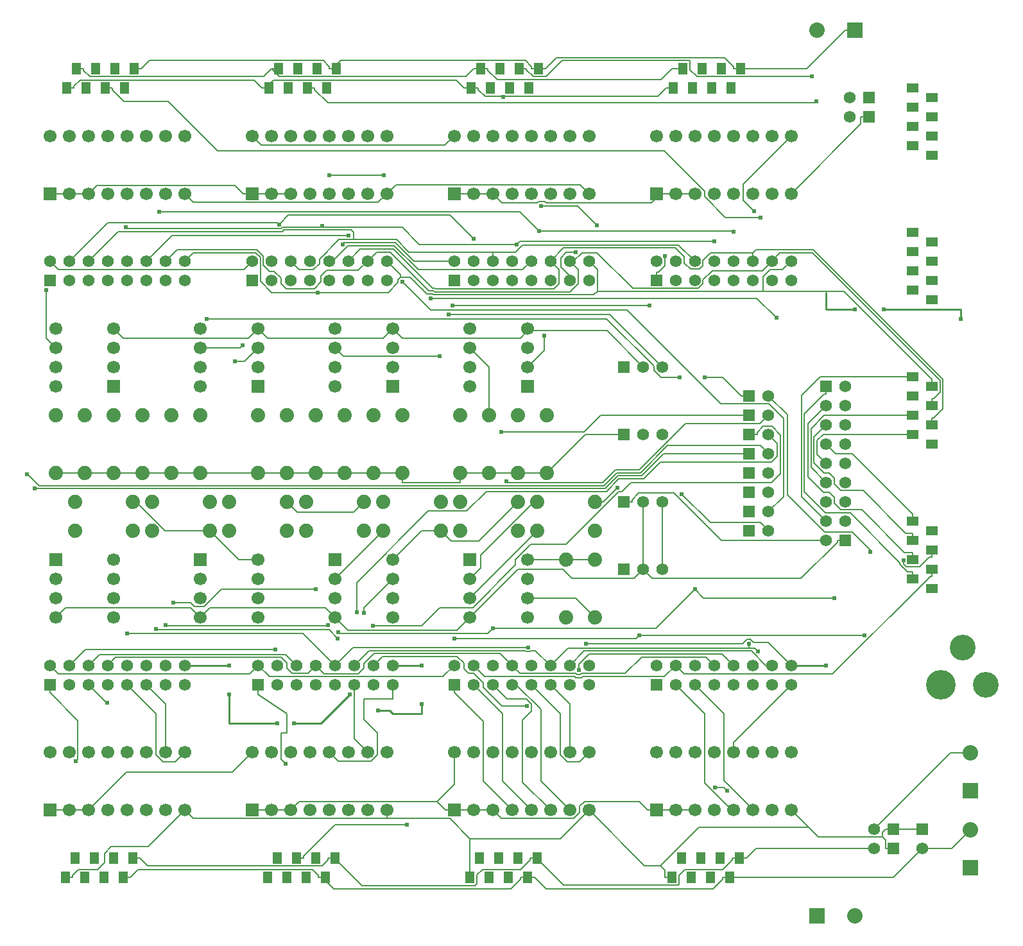
<source format=gtl>
G04 ---------------------------- Layer name :TOP LAYER*
G04 EasyEDA v5.8.22, Thu, 20 Dec 2018 20:30:22 GMT*
G04 f422fc89d8fd4efca302d5ffe9b637f2*
G04 Gerber Generator version 0.2*
G04 Scale: 100 percent, Rotated: No, Reflected: No *
G04 Dimensions in millimeters *
G04 leading zeros omitted , absolute positions ,3 integer and 3 decimal *
%FSLAX33Y33*%
%MOMM*%
G90*
G71D02*

%ADD10C,0.254000*%
%ADD11C,0.210007*%
%ADD12C,0.610006*%
%ADD13C,0.619760*%
%ADD14R,1.295400X1.498600*%
%ADD15R,1.574800X1.574800*%
%ADD16C,1.574800*%
%ADD17R,2.032000X2.032000*%
%ADD18C,2.032000*%
%ADD19R,1.699260X1.699260*%
%ADD20C,1.699260*%
%ADD21R,1.498600X1.295400*%
%ADD22C,3.401060*%
%ADD23C,3.898900*%
%ADD24C,1.879600*%

%LPD*%
G54D11*
G01X72859Y39370D02*
G01X71277Y40952D01*
G01X54681Y40952D01*
G01X53340Y39611D01*
G01X53340Y39057D01*
G01X52560Y38277D01*
G01X48082Y38277D01*
G01X46990Y39370D01*
G01X73461Y94932D02*
G01X73873Y95346D01*
G01X99529Y95346D01*
G01X73461Y94932D02*
G01X60629Y94932D01*
G01X58369Y97193D01*
G01X47805Y97193D01*
G01X47805Y97193D02*
G01X42605Y97193D01*
G01X42395Y96982D01*
G01X22118Y96982D01*
G01X21904Y97193D01*
G01X47805Y97193D02*
G01X47805Y97393D01*
G01X19522Y39370D02*
G01X20594Y40444D01*
G01X42405Y40444D01*
G01X43180Y39667D01*
G01X43180Y38986D01*
G01X43860Y38305D01*
G01X45925Y38305D01*
G01X46990Y39370D01*
G01X99529Y39370D02*
G01X98445Y40454D01*
G01X89961Y40454D01*
G01X87810Y38305D01*
G01X82047Y38305D01*
G01X81897Y38153D01*
G01X81414Y38153D01*
G01X81262Y38305D01*
G01X73924Y38305D01*
G01X72859Y39370D01*
G01X70319Y44279D02*
G01X69656Y43616D01*
G01X50060Y43616D01*
G01X49933Y43741D01*
G01X96989Y92710D02*
G01X94851Y94848D01*
G01X74201Y94848D01*
G01X73276Y93924D01*
G01X70319Y93924D01*
G01X51960Y95542D02*
G01X51960Y96492D01*
G01X51643Y96809D01*
G01X42763Y96809D01*
G01X42552Y96598D01*
G01X20871Y96598D01*
G01X16982Y92710D01*
G01X44450Y39370D02*
G01X42994Y40825D01*
G01X18437Y40825D01*
G01X16982Y39370D01*
G01X51960Y95542D02*
G01X50053Y95542D01*
G01X47459Y92951D01*
G01X47459Y92392D01*
G01X46680Y91610D01*
G01X44752Y91610D01*
G01X43649Y92710D01*
G01X70319Y93924D02*
G01X59235Y93924D01*
G01X57617Y95542D01*
G01X51960Y95542D01*
G01X96989Y49443D02*
G01X91826Y44279D01*
G01X70319Y44279D01*
G01X70319Y92710D02*
G01X70319Y93924D01*
G01X115391Y48291D02*
G01X98141Y48291D01*
G01X96989Y49443D01*
G01X128272Y54607D02*
G01X128272Y53682D01*
G01X128272Y53682D02*
G01X127932Y53682D01*
G01X126659Y52410D01*
G01X124858Y52410D01*
G01X124498Y52771D01*
G01X124498Y53281D01*
G01X41653Y41508D02*
G01X16581Y41508D01*
G01X14442Y39370D01*
G01X42153Y97563D02*
G01X43361Y98771D01*
G01X64648Y98766D01*
G01X67779Y95628D01*
G01X14442Y92710D02*
G01X19540Y97807D01*
G01X41907Y97807D01*
G01X42153Y97563D01*
G01X94449Y39370D02*
G01X92974Y37894D01*
G01X82179Y37894D01*
G01X82054Y37772D01*
G01X81254Y37772D01*
G01X81132Y37894D01*
G01X69255Y37894D01*
G01X67779Y39370D01*
G01X128272Y51142D02*
G01X128054Y51142D01*
G01X115168Y38260D01*
G01X95559Y38260D01*
G01X94449Y39370D01*
G01X128272Y52067D02*
G01X128272Y51142D01*
G01X9933Y62717D02*
G01X85143Y62717D01*
G01X86840Y64414D01*
G01X89954Y64414D01*
G01X92847Y67307D01*
G01X103078Y67307D01*
G01X104142Y67307D02*
G01X103078Y67307D01*
G01X104140Y72390D02*
G01X84551Y72390D01*
G01X82346Y70185D01*
G01X71455Y70185D01*
G01X8841Y64622D02*
G01X8989Y64622D01*
G01X10513Y63098D01*
G01X84985Y63098D01*
G01X86682Y64795D01*
G01X89794Y64795D01*
G01X93370Y68371D01*
G01X105618Y68371D01*
G01X106682Y67307D01*
G01X67310Y81280D02*
G01X69852Y78737D01*
G01X69852Y72387D01*
G01X74762Y118107D02*
G01X74762Y117922D01*
G01X75638Y117045D01*
G01X77378Y117045D01*
G01X79502Y119169D01*
G01X96299Y119169D01*
G01X96359Y119108D01*
G01X96359Y117924D01*
G01X97236Y117045D01*
G01X112387Y117045D01*
G01X73837Y118107D02*
G01X74762Y118107D01*
G01X58420Y89979D02*
G01X62141Y86258D01*
G01X88021Y86258D01*
G01X100413Y73865D01*
G01X106748Y73865D01*
G01X108658Y71955D01*
G01X108658Y61668D01*
G01X106680Y59690D01*
G01X94985Y77332D02*
G01X92555Y77332D01*
G01X91577Y78310D01*
G01X91577Y78884D01*
G01X85366Y85095D01*
G01X32580Y85095D01*
G01X106680Y57150D02*
G01X105615Y58214D01*
G01X99014Y58214D01*
G01X95255Y61970D01*
G01X65239Y39370D02*
G01X63764Y37894D01*
G01X40845Y37894D01*
G01X39370Y39370D01*
G01X89662Y43347D02*
G01X89240Y42928D01*
G01X65239Y42928D01*
G01X119377Y43347D02*
G01X89662Y43347D01*
G01X65239Y92710D02*
G01X59908Y92710D01*
G01X57495Y95123D01*
G01X50733Y95123D01*
G01X50553Y94940D01*
G01X89662Y43350D02*
G01X89662Y43347D01*
G01X91010Y86880D02*
G01X65021Y86880D01*
G01X11902Y39370D02*
G01X13012Y38260D01*
G01X38257Y38260D01*
G01X39370Y39370D01*
G01X11902Y92710D02*
G01X13004Y91607D01*
G01X37467Y91607D01*
G01X38569Y92710D01*
G01X74988Y41765D02*
G01X51925Y41765D01*
G01X49530Y39370D01*
G01X49530Y39370D02*
G01X45300Y43599D01*
G01X22062Y43599D01*
G01X76410Y96662D02*
G01X101991Y96662D01*
G01X102069Y96583D01*
G01X26299Y99199D02*
G01X73873Y99199D01*
G01X76410Y96662D01*
G01X81655Y38737D02*
G01X81655Y39537D01*
G01X83004Y40888D01*
G01X100550Y40888D01*
G01X102069Y39370D01*
G01X75399Y92710D02*
G01X74274Y91584D01*
G01X60492Y91584D01*
G01X57337Y94739D01*
G01X51241Y94739D01*
G01X49212Y92710D01*
G01X48729Y92710D01*
G01X77939Y39370D02*
G01X75973Y41335D01*
G01X75382Y41335D01*
G01X75229Y41181D01*
G01X74747Y41181D01*
G01X74592Y41335D01*
G01X54035Y41335D01*
G01X54035Y41335D01*
G01X52070Y39370D01*
G01X104609Y93792D02*
G01X105031Y94213D01*
G01X112618Y94213D01*
G01X129717Y77114D01*
G01X129717Y73256D01*
G01X128503Y72042D01*
G01X128272Y72042D01*
G01X104609Y92710D02*
G01X104609Y93792D01*
G01X104609Y93792D02*
G01X99047Y93792D01*
G01X98054Y92798D01*
G01X98054Y92102D01*
G01X97596Y91645D01*
G01X96382Y91645D01*
G01X95552Y92476D01*
G01X95552Y93311D01*
G01X94396Y94467D01*
G01X79697Y94467D01*
G01X77939Y92710D01*
G01X49895Y42943D02*
G01X48714Y44124D01*
G01X25938Y44124D01*
G01X25867Y44196D01*
G01X51269Y96126D02*
G01X28018Y96126D01*
G01X24602Y92710D01*
G01X104089Y41653D02*
G01X104866Y41653D01*
G01X105283Y41236D01*
G01X104089Y42237D02*
G01X104089Y41653D01*
G01X77939Y39370D02*
G01X80223Y41653D01*
G01X104089Y41653D01*
G01X51269Y92710D02*
G01X52847Y94287D01*
G01X57249Y94287D01*
G01X62387Y89148D01*
G01X62671Y89148D01*
G01X62778Y89042D01*
G01X78369Y89042D01*
G01X79075Y89748D01*
G01X79075Y91577D01*
G01X77939Y92710D01*
G01X128272Y71117D02*
G01X128272Y72042D01*
G01X74795Y33995D02*
G01X71516Y33995D01*
G01X69049Y36459D01*
G01X69049Y37066D01*
G01X67812Y38305D01*
G01X67160Y38305D01*
G01X66509Y38955D01*
G01X66509Y39667D01*
G01X65608Y40571D01*
G01X55811Y40571D01*
G01X54610Y39370D01*
G01X48600Y44706D02*
G01X48488Y44592D01*
G01X27254Y44592D01*
G01X27142Y44706D01*
G01X107149Y92710D02*
G01X105879Y91440D01*
G01X99273Y91440D01*
G01X98069Y90236D01*
G01X98069Y89743D01*
G01X97431Y89105D01*
G01X88785Y89105D01*
G01X84071Y93819D01*
G01X82072Y93819D01*
G01X80962Y92710D01*
G01X80479Y92710D01*
G01X80479Y39370D02*
G01X82379Y41269D01*
G01X104427Y41269D01*
G01X106326Y39370D01*
G01X107149Y39370D01*
G01X53809Y92710D02*
G01X55006Y93903D01*
G01X56769Y93903D01*
G01X61907Y88765D01*
G01X62514Y88765D01*
G01X62641Y88638D01*
G01X80479Y88638D01*
G01X81610Y89768D01*
G01X81610Y91579D01*
G01X80479Y92710D01*
G01X27142Y92710D02*
G01X28679Y94246D01*
G01X39207Y94246D01*
G01X40045Y93408D01*
G01X40045Y92207D01*
G01X40881Y91371D01*
G01X41470Y91371D01*
G01X42382Y90462D01*
G01X42382Y89761D01*
G01X43042Y89098D01*
G01X46796Y89098D01*
G01X47665Y89969D01*
G01X47665Y90777D01*
G01X48381Y91490D01*
G01X52593Y91490D01*
G01X53809Y92710D01*
G01X128272Y74582D02*
G01X128503Y74582D01*
G01X129331Y75410D01*
G01X129331Y76939D01*
G01X112483Y93786D01*
G01X108226Y93786D01*
G01X107149Y92710D01*
G01X128272Y73657D02*
G01X128272Y74582D01*
G01X67312Y45717D02*
G01X65592Y43997D01*
G01X51252Y43997D01*
G01X49530Y45720D01*
G01X90172Y78737D02*
G01X85394Y83515D01*
G01X74930Y83515D01*
G01X49530Y45720D02*
G01X48260Y46990D01*
G01X33020Y46990D01*
G01X31750Y45720D01*
G01X31750Y45720D02*
G01X30482Y46987D01*
G01X13972Y46987D01*
G01X12702Y45717D01*
G01X56349Y19171D02*
G01X30827Y19171D01*
G01X29682Y20320D01*
G01X56349Y20320D02*
G01X56349Y19171D01*
G01X56349Y19171D02*
G01X64645Y19171D01*
G01X67310Y16510D01*
G01X67310Y16510D02*
G01X79209Y16510D01*
G01X83019Y20320D01*
G01X67310Y16510D02*
G01X67310Y11430D01*
G01X83019Y101600D02*
G01X81841Y102778D01*
G01X57531Y102778D01*
G01X56349Y101600D01*
G01X77302Y118107D02*
G01X78747Y119550D01*
G01X100911Y119550D01*
G01X102123Y118341D01*
G01X102123Y118110D01*
G01X93980Y11430D02*
G01X93055Y11430D01*
G01X92430Y12979D02*
G01X93055Y12354D01*
G01X93055Y11430D01*
G01X83019Y20320D02*
G01X90360Y12979D01*
G01X92430Y12979D01*
G01X111960Y18049D02*
G01X97500Y18049D01*
G01X92430Y12979D01*
G01X111960Y18049D02*
G01X109689Y20320D01*
G01X121714Y16715D02*
G01X113294Y16715D01*
G01X111960Y18049D01*
G01X90170Y52070D02*
G01X88966Y50868D01*
G01X80761Y50868D01*
G01X79560Y52067D01*
G01X73662Y52067D01*
G01X67312Y45717D01*
G01X115775Y55880D02*
G01X115775Y55613D01*
G01X111018Y50855D01*
G01X91384Y50855D01*
G01X90170Y52070D01*
G01X116840Y55880D02*
G01X115775Y55880D01*
G01X14897Y11430D02*
G01X14897Y11661D01*
G01X15692Y12456D01*
G01X18219Y12456D01*
G01X19090Y13327D01*
G01X19090Y14584D01*
G01X19984Y15478D01*
G01X24841Y15478D01*
G01X29682Y20320D01*
G01X13972Y11430D02*
G01X14897Y11430D01*
G01X57152Y83817D02*
G01X58420Y82550D01*
G01X73964Y82550D01*
G01X74930Y83515D01*
G01X74930Y83515D02*
G01X74930Y83820D01*
G01X103047Y118110D02*
G01X102123Y118110D01*
G01X76377Y118107D02*
G01X77302Y118107D01*
G01X75915Y118107D02*
G01X76377Y118107D01*
G01X75915Y118107D02*
G01X75453Y118107D01*
G01X39372Y83817D02*
G01X40642Y82547D01*
G01X55882Y82547D01*
G01X57152Y83817D01*
G01X49245Y118110D02*
G01X50302Y119166D01*
G01X74625Y119166D01*
G01X75453Y118338D01*
G01X75453Y118107D01*
G01X49245Y118110D02*
G01X48783Y118110D01*
G01X49707Y118110D02*
G01X49245Y118110D01*
G01X20322Y83817D02*
G01X21592Y82547D01*
G01X38102Y82547D01*
G01X39372Y83817D01*
G01X23040Y118110D02*
G01X23964Y118110D01*
G01X23964Y118110D02*
G01X25024Y119169D01*
G01X47955Y119169D01*
G01X48783Y118341D01*
G01X48783Y118110D01*
G01X90170Y52070D02*
G01X90175Y52075D01*
G01X90175Y60957D01*
G01X118112Y123187D02*
G01X116819Y123187D01*
G01X116819Y123187D02*
G01X111742Y118110D01*
G01X103047Y118110D01*
G01X123190Y15240D02*
G01X122125Y15240D01*
G01X122125Y15240D02*
G01X122125Y16304D01*
G01X121714Y16715D01*
G01X121714Y16715D02*
G01X121714Y17368D01*
G01X122125Y17780D01*
G01X123190Y17780D02*
G01X122125Y17780D01*
G01X119941Y111757D02*
G01X118877Y111757D01*
G01X109689Y101600D02*
G01X118877Y110787D01*
G01X118877Y111757D01*
G01X127000Y17780D02*
G01X123190Y17780D01*
G01X29682Y101600D02*
G01X30833Y100449D01*
G01X55199Y100449D01*
G01X56349Y101600D01*
G01X72097Y63687D02*
G01X72303Y63482D01*
G01X84825Y63482D01*
G01X86522Y65178D01*
G01X89636Y65178D01*
G01X95768Y71310D01*
G01X105600Y71310D01*
G01X106680Y72390D01*
G01X106680Y69850D02*
G01X107863Y68663D01*
G01X107863Y66941D01*
G01X107119Y66197D01*
G01X92471Y66197D01*
G01X90236Y63962D01*
G01X86928Y63962D01*
G01X85300Y62334D01*
G01X69471Y62334D01*
G01X66878Y59740D01*
G01X61810Y59740D01*
G01X52359Y50286D01*
G01X52359Y46390D01*
G01X103075Y74930D02*
G01X100622Y77383D01*
G01X98259Y77383D01*
G01X104140Y74930D02*
G01X103075Y74930D01*
G01X28196Y47614D02*
G01X30459Y47614D01*
G01X30952Y47122D01*
G01X32217Y47122D01*
G01X34528Y49433D01*
G01X46977Y49433D01*
G01X109689Y39370D02*
G01X106626Y42433D01*
G01X104716Y42433D01*
G01X104716Y42433D01*
G01X104330Y42819D01*
G01X103847Y42819D01*
G01X103284Y42257D01*
G01X82633Y42257D01*
G01X47198Y88569D02*
G01X41155Y88569D01*
G01X39662Y90060D01*
G01X39662Y93182D01*
G01X39011Y93835D01*
G01X30807Y93835D01*
G01X29682Y92710D01*
G01X58178Y90561D02*
G01X57838Y90220D01*
G01X57838Y89890D01*
G01X56517Y88569D01*
G01X47198Y88569D01*
G01X58178Y90561D02*
G01X59438Y90561D01*
G01X61615Y88381D01*
G01X62354Y88381D01*
G01X62484Y88254D01*
G01X83665Y88254D01*
G01X84117Y88706D01*
G01X58178Y90561D02*
G01X58178Y90881D01*
G01X56349Y92710D01*
G01X83019Y92710D02*
G01X84117Y91612D01*
G01X84117Y88706D01*
G01X106011Y88706D02*
G01X84117Y88706D01*
G01X128272Y76197D02*
G01X128272Y77122D01*
G01X128272Y77122D02*
G01X116687Y88706D01*
G01X106011Y88706D01*
G01X109689Y92710D02*
G01X108554Y91574D01*
G01X106934Y91574D01*
G01X106011Y90652D01*
G01X106011Y88706D01*
G01X71714Y114348D02*
G01X71714Y114452D01*
G01X71714Y114452D02*
G01X69296Y114452D01*
G01X68412Y115336D01*
G01X68412Y115567D01*
G01X93233Y115570D02*
G01X92115Y114452D01*
G01X71714Y114452D01*
G01X92712Y78737D02*
G01X85773Y85676D01*
G01X64508Y85676D01*
G01X101254Y22887D02*
G01X100853Y23291D01*
G01X99679Y23291D01*
G01X102870Y13970D02*
G01X101945Y13970D01*
G01X76123Y13970D02*
G01X79692Y10403D01*
G01X94843Y10403D01*
G01X94904Y10464D01*
G01X94904Y11709D01*
G01X95651Y12456D01*
G01X100662Y12456D01*
G01X101945Y13738D01*
G01X101945Y13970D01*
G01X76123Y13970D02*
G01X75275Y13970D01*
G01X76200Y13970D02*
G01X76123Y13970D01*
G01X49425Y13970D02*
G01X53096Y10299D01*
G01X67990Y10299D01*
G01X68234Y10546D01*
G01X68234Y11739D01*
G01X68950Y12456D01*
G01X73992Y12456D01*
G01X75275Y13738D01*
G01X75275Y13970D01*
G01X49530Y13970D02*
G01X49425Y13970D01*
G01X49260Y13970D02*
G01X48605Y13970D01*
G01X49260Y13970D02*
G01X49425Y13970D01*
G01X22862Y13970D02*
G01X23787Y13970D01*
G01X23787Y13970D02*
G01X24813Y12943D01*
G01X47810Y12943D01*
G01X48605Y13738D01*
G01X48605Y13970D01*
G01X67487Y115567D02*
G01X68412Y115567D01*
G01X94157Y115570D02*
G01X93233Y115570D01*
G01X67487Y115567D02*
G01X67370Y115567D01*
G01X67025Y115567D02*
G01X66563Y115567D01*
G01X67025Y115567D02*
G01X67370Y115567D01*
G01X40355Y115570D02*
G01X41381Y116596D01*
G01X65534Y116596D01*
G01X66563Y115567D01*
G01X40355Y115570D02*
G01X39893Y115570D01*
G01X40817Y115570D02*
G01X40355Y115570D01*
G01X14150Y115570D02*
G01X15074Y115570D01*
G01X15074Y115570D02*
G01X15074Y115801D01*
G01X15869Y116596D01*
G01X38867Y116596D01*
G01X39893Y115570D01*
G01X92710Y52070D02*
G01X92715Y52075D01*
G01X92715Y60957D01*
G01X102870Y13970D02*
G01X103794Y13970D01*
G01X120650Y15237D02*
G01X105064Y15237D01*
G01X103794Y13970D01*
G01X133352Y27861D02*
G01X130731Y27861D01*
G01X120650Y17780D01*
G01X106680Y74930D02*
G01X109169Y72440D01*
G01X109169Y61922D01*
G01X114145Y56944D01*
G01X117792Y56944D01*
G01X120119Y54617D01*
G01X120119Y54381D01*
G01X105204Y69850D02*
G01X105204Y70116D01*
G01X106006Y70916D01*
G01X107134Y70916D01*
G01X108275Y69776D01*
G01X108275Y64711D01*
G01X107078Y63512D01*
G01X88569Y63512D01*
G01X87322Y62265D01*
G01X86921Y62265D01*
G01X79992Y55333D01*
G01X75333Y55333D01*
G01X73337Y53337D01*
G01X73337Y52641D01*
G01X67685Y46987D01*
G01X63350Y46987D01*
G01X60952Y44589D01*
G01X54472Y44589D01*
G01X104140Y69850D02*
G01X105204Y69850D01*
G01X45374Y13970D02*
G01X45374Y14201D01*
G01X49507Y18333D01*
G01X58996Y18333D01*
G01X44450Y13970D02*
G01X45374Y13970D01*
G01X62113Y87800D02*
G01X105158Y87800D01*
G01X107746Y85211D01*
G01X112994Y113771D02*
G01X112814Y113593D01*
G01X48567Y113593D01*
G01X46822Y115338D01*
G01X46822Y115570D01*
G01X45897Y115570D02*
G01X46822Y115570D01*
G01X20154Y115570D02*
G01X20154Y115338D01*
G01X21691Y113804D01*
G01X27470Y113804D01*
G01X34041Y107233D01*
G01X92984Y107233D01*
G01X98259Y101958D01*
G01X98259Y101216D01*
G01X101003Y98473D01*
G01X105674Y98473D01*
G01X19230Y115570D02*
G01X20154Y115570D01*
G01X70319Y36830D02*
G01X72214Y34935D01*
G01X74754Y34935D01*
G01X75443Y34246D01*
G01X75443Y33350D01*
G01X74274Y32179D01*
G01X74274Y23987D01*
G01X77939Y20320D01*
G01X114300Y58420D02*
G01X111056Y61663D01*
G01X111056Y75013D01*
G01X113507Y77467D01*
G01X125732Y77467D01*
G01X125732Y51722D02*
G01X125006Y51722D01*
G01X124028Y52699D01*
G01X124028Y52928D01*
G01X117472Y59484D01*
G01X117472Y59484D01*
G01X114244Y59484D01*
G01X111437Y62290D01*
G01X111437Y72539D01*
G01X114033Y75135D01*
G01X114300Y75135D01*
G01X114300Y76200D02*
G01X114300Y75135D01*
G01X125732Y50797D02*
G01X125732Y51722D01*
G01X67312Y48257D02*
G01X67312Y48262D01*
G01X76200Y57150D01*
G01X83822Y45717D02*
G01X81282Y48257D01*
G01X74932Y48257D01*
G01X12702Y81277D02*
G01X11399Y82580D01*
G01X11399Y88851D01*
G01X49532Y81277D02*
G01X50660Y80149D01*
G01X63284Y80149D01*
G01X76202Y60960D02*
G01X75740Y60960D01*
G01X68724Y53944D01*
G01X68724Y52212D01*
G01X67312Y50797D01*
G01X57150Y50800D02*
G01X53334Y46984D01*
G01X53334Y46299D01*
G01X55910Y104063D02*
G01X48729Y104063D01*
G01X69682Y118107D02*
G01X69682Y117876D01*
G01X70896Y116662D01*
G01X92514Y116662D01*
G01X93962Y118110D01*
G01X94503Y118110D01*
G01X127000Y15240D02*
G01X123190Y11430D01*
G01X101600Y11430D01*
G01X133350Y17703D02*
G01X130886Y15240D01*
G01X127000Y15240D01*
G01X101600Y11430D02*
G01X100675Y11430D01*
G01X74930Y11430D02*
G01X75854Y11430D01*
G01X75854Y11430D02*
G01X77383Y9900D01*
G01X99377Y9900D01*
G01X100675Y11198D01*
G01X100675Y11430D01*
G01X74467Y11430D02*
G01X74930Y11430D01*
G01X74467Y11430D02*
G01X74005Y11430D01*
G01X47797Y11430D02*
G01X49316Y9911D01*
G01X72717Y9911D01*
G01X74005Y11198D01*
G01X74005Y11430D01*
G01X47797Y11430D02*
G01X47335Y11430D01*
G01X48260Y11430D02*
G01X47797Y11430D01*
G01X21592Y11430D02*
G01X22517Y11430D01*
G01X22517Y11430D02*
G01X23543Y12456D01*
G01X46540Y12456D01*
G01X47335Y11661D01*
G01X47335Y11430D01*
G01X68757Y118107D02*
G01X67833Y118107D01*
G01X67833Y118107D02*
G01X66809Y117083D01*
G01X42189Y117083D01*
G01X41163Y118110D01*
G01X69220Y118107D02*
G01X68757Y118107D01*
G01X69220Y118107D02*
G01X69682Y118107D01*
G01X95427Y118110D02*
G01X94503Y118110D01*
G01X16344Y118110D02*
G01X16344Y117878D01*
G01X17139Y117083D01*
G01X40137Y117083D01*
G01X41163Y118110D01*
G01X42087Y118110D02*
G01X41163Y118110D01*
G01X15420Y118110D02*
G01X16344Y118110D01*
G01X83822Y60960D02*
G01X84902Y60960D01*
G01X86791Y62847D01*
G01X63502Y57147D02*
G01X60957Y57147D01*
G01X57150Y53340D01*
G01X90782Y20320D02*
G01X89654Y21447D01*
G01X82420Y21447D01*
G01X81749Y20779D01*
G01X81749Y19941D01*
G01X80977Y19169D01*
G01X71470Y19169D01*
G01X70319Y20320D01*
G01X73662Y60957D02*
G01X68486Y55783D01*
G01X64866Y55783D01*
G01X63502Y57147D01*
G01X53342Y60957D02*
G01X52006Y59623D01*
G01X44518Y59623D01*
G01X43182Y60957D01*
G01X33020Y57150D02*
G01X27122Y57150D01*
G01X23312Y60960D01*
G01X22860Y60960D01*
G01X91909Y20320D02*
G01X93035Y20320D01*
G01X94449Y20320D02*
G01X93037Y20320D01*
G01X93035Y20320D01*
G01X96989Y20320D02*
G01X94449Y20320D01*
G01X67779Y20320D02*
G01X70319Y20320D01*
G01X91909Y20320D02*
G01X90782Y20320D01*
G01X65242Y20320D02*
G01X66367Y20320D01*
G01X67779Y20320D02*
G01X66370Y20320D01*
G01X66367Y20320D01*
G01X62986Y21447D02*
G01X64114Y20320D01*
G01X43649Y20320D02*
G01X44777Y21447D01*
G01X62986Y21447D01*
G01X65239Y27940D02*
G01X65239Y23700D01*
G01X62986Y21447D01*
G01X65242Y20320D02*
G01X64114Y20320D01*
G01X41109Y20320D02*
G01X43649Y20320D01*
G01X38572Y20320D02*
G01X39697Y20320D01*
G01X41109Y20320D02*
G01X39700Y20320D01*
G01X39697Y20320D01*
G01X16982Y20320D02*
G01X21973Y25311D01*
G01X35943Y25311D01*
G01X38569Y27940D01*
G01X14442Y20320D02*
G01X16982Y20320D01*
G01X11902Y20320D02*
G01X13027Y20320D01*
G01X14442Y20320D02*
G01X13030Y20320D01*
G01X13027Y20320D01*
G01X80010Y53340D02*
G01X74932Y53340D01*
G01X74932Y53337D01*
G01X83822Y53337D02*
G01X83820Y53340D01*
G01X80010Y53340D01*
G01X33020Y57150D02*
G01X36830Y53340D01*
G01X39370Y53340D01*
G01X55882Y57147D02*
G01X49532Y50800D01*
G01X49530Y50800D01*
G01X74930Y78740D02*
G01X77083Y80893D01*
G01X77083Y82903D01*
G01X70319Y101600D02*
G01X71556Y100363D01*
G01X76177Y100363D01*
G01X76387Y100573D01*
G01X77200Y100573D01*
G01X77411Y100363D01*
G01X91234Y100363D01*
G01X92471Y101600D01*
G01X92471Y101600D02*
G01X93035Y101600D01*
G01X91909Y101600D02*
G01X92471Y101600D01*
G01X38569Y109220D02*
G01X39801Y107988D01*
G01X64010Y107988D01*
G01X65239Y109220D01*
G01X46990Y64770D02*
G01X50800Y64770D01*
G01X50800Y64770D01*
G01X50800Y64770D02*
G01X54610Y64770D01*
G01X54612Y64767D01*
G01X31236Y64767D02*
G01X39372Y64767D01*
G01X39372Y64767D01*
G01X31236Y64767D02*
G01X31747Y64767D01*
G01X31750Y64770D01*
G01X27942Y64767D02*
G01X31236Y64767D01*
G01X67947Y64767D02*
G01X66921Y64767D01*
G01X66042Y64770D01*
G01X66040Y63500D01*
G01X60960Y63500D01*
G01X58418Y63496D01*
G01X58419Y64770D01*
G01X58420Y64770D01*
G01X67947Y64767D02*
G01X69852Y64767D01*
G01X69852Y64767D01*
G01X66042Y64767D02*
G01X67947Y64767D01*
G01X58420Y64770D02*
G01X54612Y64770D01*
G01X54612Y64767D01*
G01X87632Y69847D02*
G01X82550Y69847D01*
G01X77472Y64767D01*
G01X94449Y101600D02*
G01X93037Y101600D01*
G01X93035Y101600D01*
G01X96989Y101600D02*
G01X94449Y101600D01*
G01X67779Y101600D02*
G01X70319Y101600D01*
G01X65242Y101600D02*
G01X66367Y101600D01*
G01X67779Y101600D02*
G01X66370Y101600D01*
G01X66367Y101600D01*
G01X38572Y101600D02*
G01X39697Y101600D01*
G01X41109Y101600D02*
G01X39700Y101600D01*
G01X39697Y101600D01*
G01X43649Y101600D02*
G01X41109Y101600D01*
G01X16982Y101600D02*
G01X18110Y102727D01*
G01X36316Y102727D01*
G01X37444Y101600D01*
G01X14442Y101600D02*
G01X16982Y101600D01*
G01X38572Y101600D02*
G01X37444Y101600D01*
G01X11902Y101600D02*
G01X13027Y101600D01*
G01X14442Y101600D02*
G01X13030Y101600D01*
G01X13027Y101600D01*
G01X77472Y64767D02*
G01X73662Y64767D01*
G01X73660Y64770D01*
G01X69852Y64767D02*
G01X73657Y64767D01*
G01X73660Y64770D01*
G01X43182Y64767D02*
G01X46987Y64767D01*
G01X46990Y64770D01*
G01X39372Y64767D02*
G01X43182Y64767D01*
G01X43182Y64767D01*
G01X24132Y64767D02*
G01X27942Y64767D01*
G01X20320Y64770D02*
G01X24130Y64770D01*
G01X24132Y64767D01*
G01X16512Y64770D02*
G01X20320Y64770D01*
G01X20320Y64770D01*
G01X12700Y64770D02*
G01X16510Y64770D01*
G01X16512Y64770D01*
G01X16512Y64770D02*
G01X16512Y64767D01*
G01X39372Y81277D02*
G01X37574Y79481D01*
G01X36337Y79481D01*
G01X31752Y81277D02*
G01X36987Y81277D01*
G01X37322Y81615D01*
G01X102069Y20320D02*
G01X101828Y20320D01*
G01X98259Y23888D01*
G01X98259Y33020D01*
G01X94449Y36830D01*
G01X96989Y36830D02*
G01X100799Y33020D01*
G01X100799Y24168D01*
G01X104609Y20358D01*
G01X104609Y20320D01*
G01X65239Y36830D02*
G01X65239Y35765D01*
G01X72859Y20320D02*
G01X69049Y24130D01*
G01X69049Y31955D01*
G01X65239Y35765D01*
G01X72859Y36830D02*
G01X73400Y36830D01*
G01X76669Y33561D01*
G01X76669Y24130D01*
G01X80479Y20320D01*
G01X39370Y35560D02*
G01X43180Y33020D01*
G01X43180Y30480D01*
G01X42375Y30480D01*
G01X42379Y26997D01*
G01X42984Y26395D01*
G01X39370Y36830D02*
G01X39369Y35560D01*
G01X16982Y36830D02*
G01X19342Y34470D01*
G01X19456Y34470D01*
G01X29682Y27940D02*
G01X28394Y26652D01*
G01X26822Y26652D01*
G01X25872Y27602D01*
G01X25872Y33020D01*
G01X22062Y36830D01*
G01X91909Y91234D02*
G01X92176Y91234D01*
G01X93057Y92118D01*
G01X93057Y93350D01*
G01X91909Y90170D02*
G01X91909Y91234D01*
G01X109689Y109220D02*
G01X103339Y102870D01*
G01X103339Y100741D01*
G01X104775Y99306D01*
G01X80479Y90170D02*
G01X80479Y90711D01*
G01X79288Y91904D01*
G01X79288Y93121D01*
G01X80020Y93853D01*
G01X81252Y93853D01*
G01X76669Y99956D02*
G01X81544Y99956D01*
G01X84086Y97416D01*
G01X67779Y36830D02*
G01X71589Y33020D01*
G01X71589Y24130D01*
G01X75399Y20320D01*
G01X83019Y27940D02*
G01X81737Y26657D01*
G01X80159Y26657D01*
G01X79209Y27607D01*
G01X79209Y33020D01*
G01X75399Y36830D01*
G01X77939Y36830D02*
G01X80479Y34290D01*
G01X80479Y27940D01*
G01X52070Y36830D02*
G01X52070Y29682D01*
G01X53809Y27940D01*
G01X11902Y36830D02*
G01X11902Y35765D01*
G01X11902Y35765D02*
G01X15567Y32097D01*
G01X15567Y27012D01*
G01X15323Y26766D01*
G01X109689Y36830D02*
G01X102069Y29210D01*
G01X102069Y27940D01*
G01X57150Y36830D02*
G01X57150Y34980D01*
G01X53322Y34975D01*
G01X53324Y32265D01*
G01X55079Y30505D01*
G01X55079Y27571D01*
G01X54229Y26718D01*
G01X49951Y26718D01*
G01X48729Y27940D01*
G01X24602Y36830D02*
G01X27142Y34290D01*
G01X27142Y27940D01*
G01X125732Y54262D02*
G01X124625Y54262D01*
G01X118991Y59895D01*
G01X116232Y59895D01*
G01X115364Y60764D01*
G01X115364Y61567D01*
G01X114701Y62230D01*
G01X113967Y62230D01*
G01X111927Y64269D01*
G01X111927Y71287D01*
G01X114300Y73660D01*
G01X125732Y53337D02*
G01X125732Y54262D01*
G01X114300Y71120D02*
G01X112694Y69514D01*
G01X112694Y66139D01*
G01X114061Y64770D01*
G01X114701Y64770D01*
G01X115364Y64107D01*
G01X115364Y63304D01*
G01X116232Y62435D01*
G01X119174Y62435D01*
G01X124807Y56802D01*
G01X125732Y56802D01*
G01X125732Y55877D02*
G01X125732Y56802D01*
G01X125732Y58417D02*
G01X125732Y59342D01*
G01X114300Y68580D02*
G01X115570Y67310D01*
G01X117764Y67310D01*
G01X125732Y59342D01*
G01X114300Y66040D02*
G01X113113Y67226D01*
G01X113113Y69052D01*
G01X113911Y69847D01*
G01X125732Y69847D01*
G01X125732Y72387D02*
G01X114061Y72387D01*
G01X112311Y70637D01*
G01X112311Y65488D01*
G01X114300Y63500D01*
G01X114300Y55880D02*
G01X100479Y55880D01*
G01X94261Y62097D01*
G01X89573Y62097D01*
G01X88696Y61224D01*
G01X88696Y60957D01*
G01X87632Y60957D02*
G01X88696Y60957D01*
G54D10*
G01X109689Y39370D02*
G01X114299Y39370D01*
G01X132079Y86360D02*
G01X121920Y86360D01*
G01X118110Y86360D02*
G01X114300Y86360D01*
G01X114299Y87630D01*
G01X114300Y87630D02*
G01X114302Y88590D01*
G01X29682Y39370D02*
G01X35560Y39370D01*
G01X35560Y35560D02*
G01X35560Y31750D01*
G01X41910Y31750D01*
G01X44078Y31750D02*
G01X47659Y31750D01*
G01X51468Y35558D01*
G01X57149Y39370D02*
G01X60959Y39370D01*
G01X60959Y33020D02*
G01X57149Y33020D01*
G01X60959Y33020D01*
G01X60959Y34290D01*
G01X55219Y33467D02*
G01X56702Y33467D01*
G01X57149Y33020D01*
G01X132079Y86360D02*
G01X132079Y86360D01*
G01X132079Y86360D02*
G01X132079Y85090D01*
G54D14*
G01X93980Y11430D03*
G01X95250Y13970D03*
G01X96520Y11430D03*
G01X97790Y13970D03*
G01X99060Y11430D03*
G01X100330Y13970D03*
G01X101600Y11430D03*
G01X102870Y13970D03*
G54D15*
G01X104140Y74930D03*
G54D16*
G01X106679Y74930D03*
G54D17*
G01X133350Y12700D03*
G54D18*
G01X133349Y17704D03*
G54D19*
G01X67310Y53339D03*
G54D20*
G01X67311Y50798D03*
G01X67311Y48258D03*
G01X67311Y45718D03*
G01X74931Y45718D03*
G01X74931Y48258D03*
G01X74931Y50798D03*
G01X74931Y53338D03*
G54D15*
G01X87632Y78737D03*
G54D16*
G01X90171Y78738D03*
G01X92711Y78738D03*
G01X114299Y55880D03*
G54D15*
G01X116840Y55880D03*
G54D14*
G01X67310Y11430D03*
G01X68580Y13970D03*
G01X69850Y11430D03*
G01X71120Y13970D03*
G01X72390Y11430D03*
G01X73660Y13970D03*
G01X74930Y11430D03*
G01X76200Y13970D03*
G54D19*
G01X49529Y53340D03*
G54D20*
G01X49529Y50800D03*
G01X49529Y48260D03*
G01X49529Y45720D03*
G01X57149Y45720D03*
G01X57149Y48260D03*
G01X57149Y50800D03*
G01X57149Y53340D03*
G54D14*
G01X40640Y11430D03*
G01X41910Y13970D03*
G01X43180Y11430D03*
G01X44450Y13970D03*
G01X45720Y11430D03*
G01X46990Y13970D03*
G01X48260Y11430D03*
G01X49530Y13970D03*
G54D19*
G01X31749Y53340D03*
G54D20*
G01X31749Y50800D03*
G01X31749Y48260D03*
G01X31749Y45720D03*
G01X39369Y45720D03*
G01X39369Y48260D03*
G01X39369Y50800D03*
G01X39369Y53340D03*
G54D14*
G01X13972Y11430D03*
G01X15242Y13970D03*
G01X16512Y11430D03*
G01X17782Y13970D03*
G01X19052Y11430D03*
G01X20322Y13970D03*
G01X21592Y11430D03*
G01X22862Y13970D03*
G54D19*
G01X12700Y53339D03*
G54D20*
G01X12701Y50798D03*
G01X12701Y48258D03*
G01X12701Y45718D03*
G01X20321Y45718D03*
G01X20321Y48258D03*
G01X20321Y50798D03*
G01X20321Y53338D03*
G54D14*
G01X103047Y118110D03*
G01X101777Y115570D03*
G01X100507Y118110D03*
G01X99237Y115570D03*
G01X97967Y118110D03*
G01X96697Y115570D03*
G01X95427Y118110D03*
G01X94157Y115570D03*
G54D19*
G01X74929Y76200D03*
G54D20*
G01X74929Y78740D03*
G01X74929Y81280D03*
G01X74929Y83820D03*
G01X67309Y83820D03*
G01X67309Y81280D03*
G01X67309Y78740D03*
G01X67309Y76200D03*
G54D14*
G01X76377Y118107D03*
G01X75107Y115567D03*
G01X73837Y118107D03*
G01X72567Y115567D03*
G01X71297Y118107D03*
G01X70027Y115567D03*
G01X68757Y118107D03*
G01X67487Y115567D03*
G54D19*
G01X57150Y76199D03*
G54D20*
G01X57151Y78738D03*
G01X57151Y81278D03*
G01X57151Y83818D03*
G01X49531Y83818D03*
G01X49531Y81278D03*
G01X49531Y78738D03*
G01X49531Y76198D03*
G54D14*
G01X49707Y118110D03*
G01X48437Y115570D03*
G01X47167Y118110D03*
G01X45897Y115570D03*
G01X44627Y118110D03*
G01X43357Y115570D03*
G01X42087Y118110D03*
G01X40817Y115570D03*
G54D19*
G01X39370Y76199D03*
G54D20*
G01X39371Y78738D03*
G01X39371Y81278D03*
G01X39371Y83818D03*
G01X31751Y83818D03*
G01X31751Y81278D03*
G01X31751Y78738D03*
G01X31751Y76198D03*
G54D14*
G01X23040Y118110D03*
G01X21770Y115570D03*
G01X20500Y118110D03*
G01X19230Y115570D03*
G01X17960Y118110D03*
G01X16690Y115570D03*
G01X15420Y118110D03*
G01X14150Y115570D03*
G54D19*
G01X20320Y76199D03*
G54D20*
G01X20321Y78738D03*
G01X20321Y81278D03*
G01X20321Y83818D03*
G01X12701Y83818D03*
G01X12701Y81278D03*
G01X12701Y78738D03*
G01X12701Y76198D03*
G54D15*
G01X87632Y69847D03*
G54D16*
G01X90171Y69848D03*
G01X92711Y69848D03*
G54D15*
G01X87632Y60957D03*
G54D16*
G01X90173Y60957D03*
G01X92713Y60957D03*
G54D15*
G01X87630Y52070D03*
G54D16*
G01X90169Y52070D03*
G01X92709Y52070D03*
G01X117400Y114300D03*
G54D15*
G01X119941Y114300D03*
G54D16*
G01X117400Y111758D03*
G54D15*
G01X119941Y111757D03*
G54D16*
G01X120649Y17780D03*
G54D15*
G01X123190Y17780D03*
G54D16*
G01X120649Y15238D03*
G54D15*
G01X123190Y15240D03*
G54D19*
G01X91908Y20321D03*
G54D20*
G01X94449Y20320D03*
G01X96989Y20320D03*
G01X99529Y20320D03*
G01X102069Y20320D03*
G01X104609Y20320D03*
G01X107149Y20320D03*
G01X109689Y20320D03*
G01X109689Y27940D03*
G01X107149Y27940D03*
G01X104609Y27940D03*
G01X102069Y27940D03*
G01X99529Y27940D03*
G01X96989Y27940D03*
G01X94449Y27940D03*
G01X91909Y27940D03*
G54D19*
G01X65241Y20321D03*
G54D20*
G01X67780Y20320D03*
G01X70320Y20320D03*
G01X72860Y20320D03*
G01X75400Y20320D03*
G01X77940Y20320D03*
G01X80480Y20320D03*
G01X83020Y20320D03*
G01X83020Y27940D03*
G01X80480Y27940D03*
G01X77940Y27940D03*
G01X75400Y27940D03*
G01X72860Y27940D03*
G01X70320Y27940D03*
G01X67780Y27940D03*
G01X65240Y27940D03*
G54D15*
G01X104140Y72390D03*
G54D16*
G01X106679Y72390D03*
G54D19*
G01X38571Y20321D03*
G54D20*
G01X41110Y20320D03*
G01X43650Y20320D03*
G01X46190Y20320D03*
G01X48730Y20320D03*
G01X51270Y20320D03*
G01X53810Y20320D03*
G01X56350Y20320D03*
G01X56350Y27940D03*
G01X53810Y27940D03*
G01X51270Y27940D03*
G01X48730Y27940D03*
G01X46190Y27940D03*
G01X43650Y27940D03*
G01X41110Y27940D03*
G01X38570Y27940D03*
G54D15*
G01X104140Y69850D03*
G54D16*
G01X106679Y69850D03*
G54D19*
G01X11901Y20321D03*
G54D20*
G01X14441Y20320D03*
G01X16981Y20320D03*
G01X19521Y20320D03*
G01X22061Y20320D03*
G01X24601Y20320D03*
G01X27141Y20320D03*
G01X29681Y20320D03*
G01X29681Y27940D03*
G01X27141Y27940D03*
G01X24601Y27940D03*
G01X22061Y27940D03*
G01X19521Y27940D03*
G01X16981Y27940D03*
G01X14441Y27940D03*
G01X11901Y27940D03*
G54D15*
G01X104142Y67307D03*
G54D16*
G01X106681Y67308D03*
G54D19*
G01X91908Y101601D03*
G54D20*
G01X94449Y101600D03*
G01X96989Y101600D03*
G01X99529Y101600D03*
G01X102069Y101600D03*
G01X104609Y101600D03*
G01X107149Y101600D03*
G01X109689Y101600D03*
G01X109689Y109220D03*
G01X107149Y109220D03*
G01X104609Y109220D03*
G01X102069Y109220D03*
G01X99529Y109220D03*
G01X96989Y109220D03*
G01X94449Y109220D03*
G01X91909Y109220D03*
G54D15*
G01X104140Y64770D03*
G54D16*
G01X106679Y64770D03*
G54D19*
G01X65241Y101601D03*
G54D20*
G01X67780Y101600D03*
G01X70320Y101600D03*
G01X72860Y101600D03*
G01X75400Y101600D03*
G01X77940Y101600D03*
G01X80480Y101600D03*
G01X83020Y101600D03*
G01X83020Y109220D03*
G01X80480Y109220D03*
G01X77940Y109220D03*
G01X75400Y109220D03*
G01X72860Y109220D03*
G01X70320Y109220D03*
G01X67780Y109220D03*
G01X65240Y109220D03*
G54D15*
G01X104140Y62230D03*
G54D16*
G01X106679Y62230D03*
G54D19*
G01X38571Y101601D03*
G54D20*
G01X41110Y101600D03*
G01X43650Y101600D03*
G01X46190Y101600D03*
G01X48730Y101600D03*
G01X51270Y101600D03*
G01X53810Y101600D03*
G01X56350Y101600D03*
G01X56350Y109220D03*
G01X53810Y109220D03*
G01X51270Y109220D03*
G01X48730Y109220D03*
G01X46190Y109220D03*
G01X43650Y109220D03*
G01X41110Y109220D03*
G01X38570Y109220D03*
G54D15*
G01X104140Y59690D03*
G54D16*
G01X106679Y59690D03*
G54D15*
G01X104140Y57150D03*
G54D16*
G01X106679Y57150D03*
G54D21*
G01X128272Y49527D03*
G01X125732Y50797D03*
G01X128272Y52067D03*
G01X125732Y53337D03*
G01X128272Y54607D03*
G01X125732Y55877D03*
G01X128272Y57147D03*
G01X125732Y58417D03*
G01X128272Y68577D03*
G01X125732Y69847D03*
G01X128272Y71117D03*
G01X125732Y72387D03*
G01X128272Y73657D03*
G01X125732Y74927D03*
G01X128272Y76197D03*
G01X125732Y77467D03*
G01X128272Y87627D03*
G01X125732Y88897D03*
G01X128272Y90167D03*
G01X125732Y91437D03*
G01X128272Y92707D03*
G01X125732Y93977D03*
G01X128272Y95247D03*
G01X125732Y96517D03*
G01X128272Y106677D03*
G01X125732Y107947D03*
G01X128272Y109217D03*
G01X125732Y110487D03*
G01X128272Y111757D03*
G01X125732Y113027D03*
G01X128272Y114297D03*
G01X125732Y115567D03*
G54D17*
G01X113108Y6350D03*
G54D18*
G01X118111Y6348D03*
G54D17*
G01X118112Y123187D03*
G54D18*
G01X113107Y123188D03*
G54D17*
G01X133352Y22860D03*
G54D18*
G01X133351Y27862D03*
G54D22*
G01X135408Y36828D03*
G01X132360Y41730D03*
G54D23*
G01X129414Y36828D03*
G54D16*
G01X126999Y15240D03*
G54D15*
G01X127000Y17780D03*
G54D19*
G01X11901Y101601D03*
G54D20*
G01X14441Y101600D03*
G01X16981Y101600D03*
G01X19521Y101600D03*
G01X22061Y101600D03*
G01X24601Y101600D03*
G01X27141Y101600D03*
G01X29681Y101600D03*
G01X29681Y109220D03*
G01X27141Y109220D03*
G01X24601Y109220D03*
G01X22061Y109220D03*
G01X19521Y109220D03*
G01X16981Y109220D03*
G01X14441Y109220D03*
G01X11901Y109220D03*
G54D16*
G01X109689Y39370D03*
G01X109689Y36830D03*
G01X107149Y39370D03*
G01X107149Y36830D03*
G01X104609Y39370D03*
G01X104609Y36830D03*
G01X102069Y39370D03*
G01X102069Y36830D03*
G01X99529Y39370D03*
G01X99529Y36830D03*
G01X96989Y39370D03*
G01X96989Y36830D03*
G01X94449Y39370D03*
G01X94449Y36830D03*
G01X91909Y39370D03*
G54D15*
G01X91909Y36830D03*
G54D16*
G01X83020Y39370D03*
G01X83020Y36830D03*
G01X80480Y39370D03*
G01X80480Y36830D03*
G01X77940Y39370D03*
G01X77940Y36830D03*
G01X75400Y39370D03*
G01X75400Y36830D03*
G01X72860Y39370D03*
G01X72860Y36830D03*
G01X70320Y39370D03*
G01X70320Y36830D03*
G01X67780Y39370D03*
G01X67780Y36830D03*
G01X65240Y39370D03*
G54D15*
G01X65239Y36830D03*
G54D16*
G01X57149Y39370D03*
G01X57149Y36830D03*
G01X54609Y39370D03*
G01X54609Y36830D03*
G01X52069Y39370D03*
G01X52069Y36830D03*
G01X49529Y39370D03*
G01X49529Y36830D03*
G01X46989Y39370D03*
G01X46989Y36830D03*
G01X44449Y39370D03*
G01X44449Y36830D03*
G01X41909Y39370D03*
G01X41909Y36830D03*
G01X39369Y39370D03*
G54D15*
G01X39370Y36830D03*
G54D16*
G01X29681Y39370D03*
G01X29681Y36830D03*
G01X27141Y39370D03*
G01X27141Y36830D03*
G01X24601Y39370D03*
G01X24601Y36830D03*
G01X22061Y39370D03*
G01X22061Y36830D03*
G01X19521Y39370D03*
G01X19521Y36830D03*
G01X16981Y39370D03*
G01X16981Y36830D03*
G01X14441Y39370D03*
G01X14441Y36830D03*
G01X11901Y39370D03*
G54D15*
G01X11902Y36830D03*
G54D16*
G01X109689Y92710D03*
G01X109689Y90170D03*
G01X107149Y92710D03*
G01X107149Y90170D03*
G01X104609Y92710D03*
G01X104609Y90170D03*
G01X102069Y92710D03*
G01X102069Y90170D03*
G01X99529Y92710D03*
G01X99529Y90170D03*
G01X96989Y92710D03*
G01X96989Y90170D03*
G01X94449Y92710D03*
G01X94449Y90170D03*
G01X91909Y92710D03*
G54D15*
G01X91909Y90170D03*
G54D16*
G01X83020Y92710D03*
G01X83020Y90170D03*
G01X80480Y92710D03*
G01X80480Y90170D03*
G01X77940Y92710D03*
G01X77940Y90170D03*
G01X75400Y92710D03*
G01X75400Y90170D03*
G01X72860Y92710D03*
G01X72860Y90170D03*
G01X70320Y92710D03*
G01X70320Y90170D03*
G01X67780Y92710D03*
G01X67780Y90170D03*
G01X65240Y92710D03*
G54D15*
G01X65239Y90170D03*
G54D16*
G01X56350Y92710D03*
G01X56350Y90170D03*
G01X53810Y92710D03*
G01X53810Y90170D03*
G01X51270Y92710D03*
G01X51270Y90170D03*
G01X48730Y92710D03*
G01X48730Y90170D03*
G01X46190Y92710D03*
G01X46190Y90170D03*
G01X43650Y92710D03*
G01X43650Y90170D03*
G01X41110Y92710D03*
G01X41110Y90170D03*
G01X38570Y92710D03*
G54D15*
G01X38569Y90170D03*
G54D16*
G01X29681Y92710D03*
G01X29681Y90170D03*
G01X27141Y92710D03*
G01X27141Y90170D03*
G01X24601Y92710D03*
G01X24601Y90170D03*
G01X22061Y92710D03*
G01X22061Y90170D03*
G01X19521Y92710D03*
G01X19521Y90170D03*
G01X16981Y92710D03*
G01X16981Y90170D03*
G01X14441Y92710D03*
G01X14441Y90170D03*
G01X11901Y92710D03*
G54D15*
G01X11902Y90170D03*
G54D16*
G01X116839Y58420D03*
G01X114299Y58420D03*
G01X116839Y60960D03*
G01X114299Y60960D03*
G01X116839Y63500D03*
G01X114299Y63500D03*
G01X116839Y66040D03*
G01X114299Y66040D03*
G01X116839Y68580D03*
G01X114299Y68580D03*
G01X116839Y71120D03*
G01X114299Y71120D03*
G01X116839Y73660D03*
G01X114299Y73660D03*
G01X116839Y76200D03*
G54D15*
G01X114300Y76200D03*
G54D24*
G01X83821Y60958D03*
G01X76201Y60958D03*
G01X83819Y57150D03*
G01X76199Y57150D03*
G01X83821Y45718D03*
G01X83821Y53338D03*
G01X80009Y45720D03*
G01X80009Y53340D03*
G01X63501Y57148D03*
G01X55881Y57148D03*
G01X66041Y60958D03*
G01X73661Y60958D03*
G01X55883Y60957D03*
G01X63503Y60957D03*
G01X66043Y57147D03*
G01X73663Y57147D03*
G01X43181Y60958D03*
G01X35561Y60958D03*
G01X45721Y60958D03*
G01X53341Y60958D03*
G01X43181Y57148D03*
G01X35561Y57148D03*
G01X45721Y57148D03*
G01X53341Y57148D03*
G01X22859Y60960D03*
G01X15239Y60960D03*
G01X22859Y57150D03*
G01X15239Y57150D03*
G01X25399Y60960D03*
G01X33019Y60960D03*
G01X25399Y57150D03*
G01X33019Y57150D03*
G01X73659Y64770D03*
G01X73659Y72390D03*
G01X77471Y64768D03*
G01X77471Y72388D03*
G01X66041Y72388D03*
G01X66041Y64768D03*
G01X69851Y72388D03*
G01X69851Y64768D03*
G01X54611Y64768D03*
G01X54611Y72388D03*
G01X58419Y64770D03*
G01X58419Y72390D03*
G01X50799Y72390D03*
G01X50799Y64770D03*
G01X46989Y72390D03*
G01X46989Y64770D03*
G01X39371Y64768D03*
G01X39371Y72388D03*
G01X43181Y64768D03*
G01X43181Y72388D03*
G01X31749Y72390D03*
G01X31749Y64770D03*
G01X27942Y72388D03*
G01X27942Y64768D03*
G01X20319Y64770D03*
G01X20319Y72390D03*
G01X24131Y64768D03*
G01X24131Y72388D03*
G01X16511Y72388D03*
G01X16511Y64768D03*
G01X12699Y72390D03*
G01X12699Y64770D03*
G54D12*
G01X99529Y95346D03*
G01X47805Y97393D03*
G01X21904Y97193D03*
G01X73461Y94932D03*
G01X49933Y43741D03*
G01X70319Y44279D03*
G01X96989Y49443D03*
G01X115391Y48291D03*
G01X124498Y53281D03*
G01X41653Y41508D03*
G01X67779Y95628D03*
G01X42153Y97563D03*
G01X9933Y62717D03*
G01X71455Y70185D03*
G01X8841Y64622D03*
G01X112387Y117045D03*
G01X58420Y89979D03*
G01X32580Y85095D03*
G01X94985Y77332D03*
G01X95255Y61970D03*
G01X65239Y42928D03*
G01X119377Y43347D03*
G01X91010Y86880D03*
G01X65021Y86880D03*
G01X89662Y43350D03*
G01X50553Y94940D03*
G01X74988Y41765D03*
G01X102069Y96583D03*
G01X22062Y43599D03*
G01X81655Y38737D03*
G01X26299Y99199D03*
G01X76410Y96662D03*
G01X25867Y44196D03*
G01X49895Y42943D03*
G01X104089Y42237D03*
G01X105283Y41236D03*
G01X51269Y96126D03*
G01X27142Y44706D03*
G01X48600Y44706D03*
G01X74795Y33995D03*
G01X72097Y63687D03*
G01X52359Y46390D03*
G01X98259Y77383D03*
G01X82633Y42257D03*
G01X46977Y49433D03*
G01X47198Y88569D03*
G01X28196Y47614D03*
G01X71714Y114348D03*
G01X64508Y85676D03*
G01X99679Y23291D03*
G01X101254Y22887D03*
G01X120119Y54381D03*
G01X58996Y18333D03*
G01X54472Y44589D03*
G01X62113Y87800D03*
G01X107746Y85211D03*
G01X112994Y113771D03*
G01X105674Y98473D03*
G01X11399Y88851D03*
G01X63284Y80149D03*
G01X53334Y46299D03*
G01X48729Y104063D03*
G01X55910Y104063D03*
G01X86791Y62847D03*
G01X77083Y82903D03*
G01X36337Y79481D03*
G01X37322Y81615D03*
G01X42984Y26395D03*
G01X19456Y34470D03*
G01X93057Y93350D03*
G01X104775Y99306D03*
G01X81252Y93853D03*
G01X76669Y99956D03*
G01X84086Y97416D03*
G01X15323Y26766D03*
G54D13*
G01X114299Y39370D03*
G01X121920Y86360D03*
G01X118110Y86360D03*
G01X41910Y31750D03*
G01X44078Y31750D03*
G01X55219Y33467D03*
G01X60959Y39370D03*
G01X60959Y34290D03*
G01X35560Y39370D03*
G01X35560Y35560D03*
G01X51468Y35558D03*
G01X132079Y85090D03*
M00*
M02*

</source>
